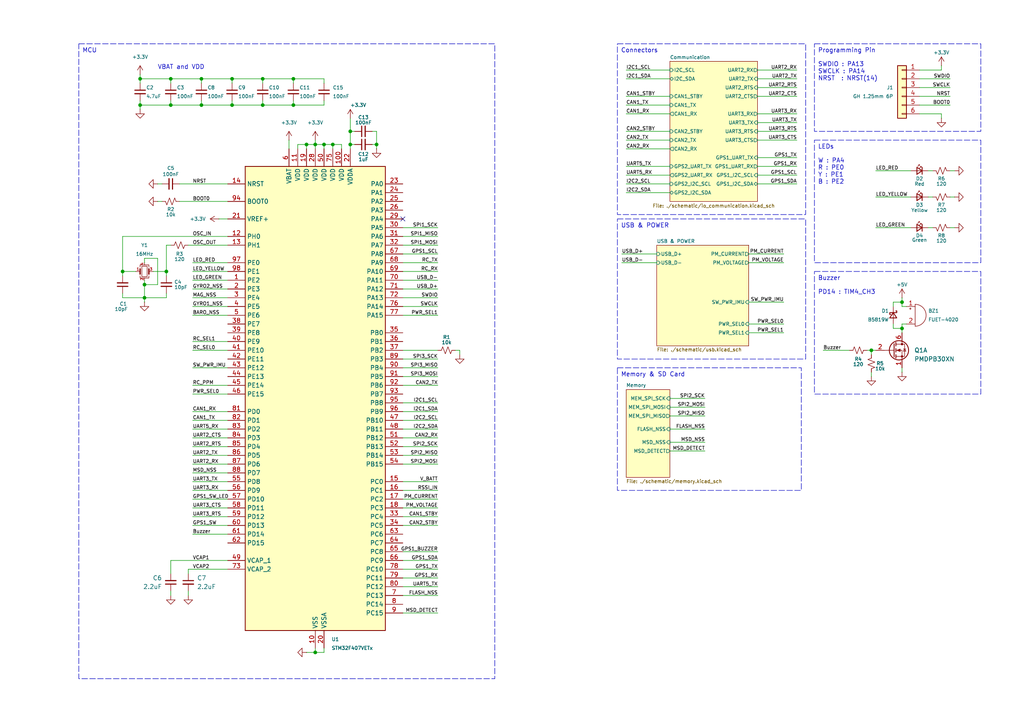
<source format=kicad_sch>
(kicad_sch (version 20250114) (generator "eeschema") (generator_version "9.0")
  (paper "A4")
  (title_block (title "STM32 Flight Controller") (date "2025-07-26") (rev "2.0.0 (WIP)") (company "NARAE") (comment 1 "INHA Univ. Areo-modelling Club") (comment 2 "2024 Winter UAV Project "))
  (rectangle (start 304.8 62.23) (end 358.14 88.9) (stroke (width 0) (type dash)))
  (rectangle (start 22.86 12.7) (end 143.51 196.85) (stroke (width 0) (type dash)))
  (rectangle (start 179.07 12.7) (end 233.68 62.23) (stroke (width 0) (type dash)))
  (rectangle (start 179.07 106.68) (end 232.41 142.24) (stroke (width 0) (type dash)))
  (rectangle (start 236.22 12.7) (end 284.48 38.1) (stroke (width 0) (type dash)))
  (rectangle (start 304.8 25.4) (end 353.06 46.99) (stroke (width 0) (type dash)))
  (rectangle (start 236.22 40.64) (end 284.48 76.2) (stroke (width 0) (type dash)))
  (rectangle (start 236.22 78.74) (end 284.48 114.3) (stroke (width 0) (type dash)))
  (rectangle (start 179.07 63.5) (end 233.68 104.14) (stroke (width 0) (type dash)))
  (text "Connectors" (at 180.086 15.494 0) (effects (font (size 1.27 1.27)) (justify left bottom)))
  (text "PD14 : TIM4_CH3" (at 237.236 84.074 0) (effects (font (size 1.27 1.27)) (justify left top)))
  (text "MCU" (at 23.876 15.494 0) (effects (font (size 1.27 1.27)) (justify left bottom)))
  (text "Buzzer" (at 237.236 81.534 0) (effects (font (size 1.27 1.27)) (justify left bottom)))
  (text "Sensor Interface" (at 305.816 65.024 0) (effects (font (size 1.27 1.27)) (justify left bottom)))
  (text "M2" (at 305.816 30.734 0) (effects (font (size 1.27 1.27)) (justify left top)))
  (text "LEDs" (at 237.236 43.434 0) (effects (font (size 1.27 1.27)) (justify left bottom)))
  (text "Programming Pin" (at 237.236 15.494 0) (effects (font (size 1.27 1.27)) (justify left bottom)))
  (text "Memory & SD Card" (at 180.086 109.474 0) (effects (font (size 1.27 1.27)) (justify left bottom)))
  (text "USB & POWER" (at 180.086 66.294 0) (effects (font (size 1.27 1.27)) (justify left bottom)))
  (text "W : PA4\nR : PE0\nY : PE1\nB : PE2" (at 237.236 45.974 0) (effects (font (size 1.27 1.27)) (justify left top)))
  (text "SWDIO : PA13\nSWCLK : PA14\nNRST  : NRST(14)" (at 237.236 18.034 0) (effects (font (size 1.27 1.27)) (justify left top)))
  (text "VBAT and VDD" (at 45.72 20.32 0) (effects (font (size 1.27 1.27)) (justify left bottom)))
  (text "Mounting Holes" (at 305.816 28.194 0) (effects (font (size 1.27 1.27)) (justify left bottom)))
  (junction (at 67.31 22.86))
  (junction (at 91.44 41.91))
  (junction (at 41.91 86.36))
  (junction (at 58.42 22.86))
  (junction (at 109.22 41.91))
  (junction (at 76.2 22.86))
  (junction (at 93.98 41.91))
  (junction (at 40.64 22.86))
  (junction (at 101.6 41.91))
  (junction (at 85.09 30.48))
  (junction (at 96.52 41.91))
  (junction (at 48.26 78.74))
  (junction (at 261.62 95.25))
  (junction (at 35.56 78.74))
  (junction (at 76.2 30.48))
  (junction (at 91.44 189.23))
  (junction (at 88.9 41.91))
  (junction (at 49.53 22.86))
  (junction (at 261.62 87.63))
  (junction (at 85.09 22.86))
  (junction (at 101.6 38.1))
  (junction (at 41.91 82.55))
  (junction (at 40.64 30.48))
  (junction (at 49.53 30.48))
  (junction (at 67.31 30.48))
  (junction (at 252.73 101.6))
  (junction (at 58.42 30.48))
  (no_connect (at 116.84 63.5))
  (wire (pts (xy 55.88 139.7) (xy 66.04 139.7)))
  (wire (pts (xy 275.59 27.94) (xy 266.7 27.94)))
  (wire (pts (xy 116.84 139.7) (xy 127 139.7)))
  (wire (pts (xy 194.31 22.86) (xy 181.61 22.86)))
  (wire (pts (xy 41.91 74.93) (xy 41.91 76.2)))
  (wire (pts (xy 49.53 171.45) (xy 49.53 172.72)))
  (wire (pts (xy 107.95 41.91) (xy 109.22 41.91)))
  (wire (pts (xy 266.7 30.48) (xy 275.59 30.48)))
  (wire (pts (xy 99.06 41.91) (xy 99.06 43.18)))
  (wire (pts (xy 55.88 154.94) (xy 66.04 154.94)))
  (wire (pts (xy 194.31 27.94) (xy 181.61 27.94)))
  (wire (pts (xy 273.05 19.05) (xy 273.05 20.32)))
  (wire (pts (xy 55.88 106.68) (xy 66.04 106.68)))
  (wire (pts (xy 194.31 130.81) (xy 204.47 130.81)))
  (wire (pts (xy 261.62 93.98) (xy 261.62 95.25)))
  (wire (pts (xy 76.2 22.86) (xy 76.2 24.13)))
  (wire (pts (xy 194.31 30.48) (xy 181.61 30.48)))
  (wire (pts (xy 194.31 40.64) (xy 181.61 40.64)))
  (wire (pts (xy 415.29 39.37) (xy 425.45 39.37)))
  (wire (pts (xy 101.6 41.91) (xy 101.6 38.1)))
  (wire (pts (xy 194.31 20.32) (xy 181.61 20.32)))
  (wire (pts (xy 109.22 38.1) (xy 109.22 41.91)))
  (wire (pts (xy 58.42 22.86) (xy 58.42 24.13)))
  (wire (pts (xy 66.04 119.38) (xy 55.88 119.38)))
  (wire (pts (xy 48.26 85.09) (xy 48.26 86.36)))
  (wire (pts (xy 262.89 88.9) (xy 261.62 88.9)))
  (wire (pts (xy 116.84 76.2) (xy 127 76.2)))
  (wire (pts (xy 93.98 29.21) (xy 93.98 30.48)))
  (wire (pts (xy 116.84 162.56) (xy 127 162.56)))
  (wire (pts (xy 266.7 33.02) (xy 273.05 33.02)))
  (wire (pts (xy 194.31 120.65) (xy 204.47 120.65)))
  (wire (pts (xy 55.88 149.86) (xy 66.04 149.86)))
  (wire (pts (xy 415.29 35.56) (xy 425.45 35.56)))
  (wire (pts (xy 322.58 80.01) (xy 312.42 80.01)))
  (wire (pts (xy 116.84 91.44) (xy 127 91.44)))
  (wire (pts (xy 66.04 114.3) (xy 55.88 114.3)))
  (wire (pts (xy 49.53 29.21) (xy 49.53 30.48)))
  (wire (pts (xy 55.88 101.6) (xy 66.04 101.6)))
  (wire (pts (xy 116.84 165.1) (xy 127 165.1)))
  (wire (pts (xy 252.73 101.6) (xy 252.73 102.87)))
  (wire (pts (xy 227.33 87.63) (xy 217.17 87.63)))
  (wire (pts (xy 116.84 149.86) (xy 127 149.86)))
  (wire (pts (xy 66.04 111.76) (xy 55.88 111.76)))
  (wire (pts (xy 44.45 78.74) (xy 48.26 78.74)))
  (wire (pts (xy 40.64 24.13) (xy 40.64 22.86)))
  (wire (pts (xy 116.84 129.54) (xy 127 129.54)))
  (wire (pts (xy 40.64 21.59) (xy 40.64 22.86)))
  (wire (pts (xy 127 160.02) (xy 116.84 160.02)))
  (wire (pts (xy 54.61 71.12) (xy 66.04 71.12)))
  (wire (pts (xy 194.31 124.46) (xy 204.47 124.46)))
  (wire (pts (xy 40.64 30.48) (xy 49.53 30.48)))
  (wire (pts (xy 101.6 43.18) (xy 101.6 41.91)))
  (wire (pts (xy 66.04 83.82) (xy 55.88 83.82)))
  (wire (pts (xy 66.04 88.9) (xy 55.88 88.9)))
  (wire (pts (xy 116.84 132.08) (xy 127 132.08)))
  (wire (pts (xy 217.17 76.2) (xy 227.33 76.2)))
  (wire (pts (xy 259.08 87.63) (xy 261.62 87.63)))
  (wire (pts (xy 91.44 40.64) (xy 91.44 41.91)))
  (wire (pts (xy 49.53 162.56) (xy 66.04 162.56)))
  (wire (pts (xy 252.73 107.95) (xy 252.73 109.22)))
  (wire (pts (xy 41.91 81.28) (xy 41.91 82.55)))
  (wire (pts (xy 91.44 41.91) (xy 91.44 43.18)))
  (wire (pts (xy 322.58 76.2) (xy 312.42 76.2)))
  (wire (pts (xy 345.44 78.74) (xy 355.6 78.74)))
  (wire (pts (xy 190.5 76.2) (xy 180.34 76.2)))
  (wire (pts (xy 116.84 177.8) (xy 127 177.8)))
  (wire (pts (xy 85.09 22.86) (xy 85.09 24.13)))
  (wire (pts (xy 58.42 22.86) (xy 67.31 22.86)))
  (wire (pts (xy 194.31 55.88) (xy 181.61 55.88)))
  (wire (pts (xy 41.91 86.36) (xy 48.26 86.36)))
  (wire (pts (xy 261.62 106.68) (xy 261.62 107.95)))
  (wire (pts (xy 275.59 66.04) (xy 276.86 66.04)))
  (wire (pts (xy 116.84 104.14) (xy 127 104.14)))
  (wire (pts (xy 231.14 33.02) (xy 219.71 33.02)))
  (wire (pts (xy 116.84 66.04) (xy 127 66.04)))
  (wire (pts (xy 67.31 30.48) (xy 76.2 30.48)))
  (wire (pts (xy 88.9 41.91) (xy 88.9 43.18)))
  (wire (pts (xy 96.52 41.91) (xy 93.98 41.91)))
  (wire (pts (xy 217.17 96.52) (xy 227.33 96.52)))
  (wire (pts (xy 259.08 95.25) (xy 261.62 95.25)))
  (wire (pts (xy 41.91 82.55) (xy 41.91 86.36)))
  (wire (pts (xy 116.84 152.4) (xy 127 152.4)))
  (wire (pts (xy 194.31 118.11) (xy 204.47 118.11)))
  (wire (pts (xy 345.44 73.66) (xy 355.6 73.66)))
  (wire (pts (xy 48.26 71.12) (xy 48.26 78.74)))
  (wire (pts (xy 55.88 134.62) (xy 66.04 134.62)))
  (wire (pts (xy 93.98 24.13) (xy 93.98 22.86)))
  (wire (pts (xy 93.98 41.91) (xy 93.98 43.18)))
  (wire (pts (xy 231.14 35.56) (xy 219.71 35.56)))
  (wire (pts (xy 35.56 78.74) (xy 35.56 80.01)))
  (wire (pts (xy 91.44 187.96) (xy 91.44 189.23)))
  (wire (pts (xy 48.26 78.74) (xy 48.26 80.01)))
  (wire (pts (xy 217.17 93.98) (xy 227.33 93.98)))
  (wire (pts (xy 55.88 127) (xy 66.04 127)))
  (wire (pts (xy 269.24 49.53) (xy 270.51 49.53)))
  (wire (pts (xy 261.62 86.36) (xy 261.62 87.63)))
  (wire (pts (xy 116.84 83.82) (xy 127 83.82)))
  (wire (pts (xy 415.29 45.72) (xy 425.45 45.72)))
  (wire (pts (xy 91.44 41.91) (xy 88.9 41.91)))
  (wire (pts (xy 133.35 102.87) (xy 133.35 101.6)))
  (wire (pts (xy 88.9 189.23) (xy 91.44 189.23)))
  (wire (pts (xy 219.71 50.8) (xy 231.14 50.8)))
  (wire (pts (xy 116.84 106.68) (xy 127 106.68)))
  (wire (pts (xy 116.84 71.12) (xy 127 71.12)))
  (wire (pts (xy 116.84 86.36) (xy 127 86.36)))
  (wire (pts (xy 262.89 93.98) (xy 261.62 93.98)))
  (wire (pts (xy 275.59 57.15) (xy 276.86 57.15)))
  (wire (pts (xy 66.04 99.06) (xy 55.88 99.06)))
  (wire (pts (xy 49.53 22.86) (xy 58.42 22.86)))
  (wire (pts (xy 345.44 71.12) (xy 355.6 71.12)))
  (wire (pts (xy 194.31 38.1) (xy 181.61 38.1)))
  (wire (pts (xy 116.84 81.28) (xy 127 81.28)))
  (wire (pts (xy 261.62 95.25) (xy 261.62 96.52)))
  (wire (pts (xy 273.05 33.02) (xy 273.05 34.29)))
  (wire (pts (xy 83.82 40.64) (xy 83.82 43.18)))
  (wire (pts (xy 269.24 57.15) (xy 270.51 57.15)))
  (wire (pts (xy 66.04 124.46) (xy 55.88 124.46)))
  (wire (pts (xy 58.42 29.21) (xy 58.42 30.48)))
  (wire (pts (xy 76.2 30.48) (xy 85.09 30.48)))
  (wire (pts (xy 85.09 29.21) (xy 85.09 30.48)))
  (wire (pts (xy 116.84 170.18) (xy 127 170.18)))
  (wire (pts (xy 275.59 25.4) (xy 266.7 25.4)))
  (wire (pts (xy 66.04 165.1) (xy 54.61 165.1)))
  (wire (pts (xy 415.29 48.26) (xy 425.45 48.26)))
  (wire (pts (xy 194.31 50.8) (xy 181.61 50.8)))
  (wire (pts (xy 41.91 74.93) (xy 45.72 74.93)))
  (wire (pts (xy 35.56 78.74) (xy 39.37 78.74)))
  (wire (pts (xy 217.17 73.66) (xy 227.33 73.66)))
  (wire (pts (xy 66.04 91.44) (xy 55.88 91.44)))
  (wire (pts (xy 231.14 22.86) (xy 219.71 22.86)))
  (wire (pts (xy 66.04 86.36) (xy 55.88 86.36)))
  (wire (pts (xy 322.58 71.12) (xy 312.42 71.12)))
  (wire (pts (xy 45.72 82.55) (xy 41.91 82.55)))
  (wire (pts (xy 415.29 33.02) (xy 425.45 33.02)))
  (wire (pts (xy 116.84 68.58) (xy 127 68.58)))
  (wire (pts (xy 67.31 22.86) (xy 76.2 22.86)))
  (wire (pts (xy 194.31 115.57) (xy 204.47 115.57)))
  (wire (pts (xy 116.84 101.6) (xy 127 101.6)))
  (wire (pts (xy 254 49.53) (xy 264.16 49.53)))
  (wire (pts (xy 99.06 41.91) (xy 96.52 41.91)))
  (wire (pts (xy 91.44 41.91) (xy 93.98 41.91)))
  (wire (pts (xy 194.31 53.34) (xy 181.61 53.34)))
  (wire (pts (xy 109.22 41.91) (xy 109.22 43.18)))
  (wire (pts (xy 259.08 95.25) (xy 259.08 93.98)))
  (wire (pts (xy 66.04 78.74) (xy 55.88 78.74)))
  (wire (pts (xy 55.88 144.78) (xy 66.04 144.78)))
  (wire (pts (xy 35.56 68.58) (xy 35.56 78.74)))
  (wire (pts (xy 107.95 38.1) (xy 109.22 38.1)))
  (wire (pts (xy 322.58 73.66) (xy 312.42 73.66)))
  (wire (pts (xy 67.31 22.86) (xy 67.31 24.13)))
  (wire (pts (xy 40.64 22.86) (xy 49.53 22.86)))
  (wire (pts (xy 254 66.04) (xy 264.16 66.04)))
  (wire (pts (xy 219.71 48.26) (xy 231.14 48.26)))
  (wire (pts (xy 116.84 172.72) (xy 127 172.72)))
  (wire (pts (xy 116.84 124.46) (xy 127 124.46)))
  (wire (pts (xy 194.31 48.26) (xy 181.61 48.26)))
  (wire (pts (xy 66.04 76.2) (xy 55.88 76.2)))
  (wire (pts (xy 231.14 40.64) (xy 219.71 40.64)))
  (wire (pts (xy 55.88 129.54) (xy 66.04 129.54)))
  (wire (pts (xy 55.88 152.4) (xy 66.04 152.4)))
  (wire (pts (xy 194.31 128.27) (xy 204.47 128.27)))
  (wire (pts (xy 116.84 78.74) (xy 127 78.74)))
  (wire (pts (xy 116.84 142.24) (xy 127 142.24)))
  (wire (pts (xy 58.42 30.48) (xy 67.31 30.48)))
  (wire (pts (xy 116.84 111.76) (xy 127 111.76)))
  (wire (pts (xy 275.59 22.86) (xy 266.7 22.86)))
  (wire (pts (xy 46.99 58.42) (xy 45.72 58.42)))
  (wire (pts (xy 231.14 38.1) (xy 219.71 38.1)))
  (wire (pts (xy 132.08 101.6) (xy 133.35 101.6)))
  (wire (pts (xy 116.84 88.9) (xy 127 88.9)))
  (wire (pts (xy 93.98 187.96) (xy 93.98 189.23)))
  (wire (pts (xy 101.6 41.91) (xy 102.87 41.91)))
  (wire (pts (xy 55.88 142.24) (xy 66.04 142.24)))
  (wire (pts (xy 269.24 66.04) (xy 270.51 66.04)))
  (wire (pts (xy 67.31 29.21) (xy 67.31 30.48)))
  (wire (pts (xy 40.64 30.48) (xy 40.64 29.21)))
  (wire (pts (xy 261.62 87.63) (xy 261.62 88.9)))
  (wire (pts (xy 219.71 45.72) (xy 231.14 45.72)))
  (wire (pts (xy 101.6 38.1) (xy 101.6 34.29)))
  (wire (pts (xy 66.04 137.16) (xy 55.88 137.16)))
  (wire (pts (xy 66.04 81.28) (xy 55.88 81.28)))
  (wire (pts (xy 55.88 147.32) (xy 66.04 147.32)))
  (wire (pts (xy 231.14 20.32) (xy 219.71 20.32)))
  (wire (pts (xy 116.84 127) (xy 127 127)))
  (wire (pts (xy 85.09 22.86) (xy 93.98 22.86)))
  (wire (pts (xy 101.6 38.1) (xy 102.87 38.1)))
  (wire (pts (xy 116.84 121.92) (xy 127 121.92)))
  (wire (pts (xy 88.9 41.91) (xy 86.36 41.91)))
  (wire (pts (xy 91.44 189.23) (xy 93.98 189.23)))
  (wire (pts (xy 52.07 58.42) (xy 66.04 58.42)))
  (wire (pts (xy 45.72 74.93) (xy 45.72 82.55)))
  (wire (pts (xy 54.61 165.1) (xy 54.61 166.37)))
  (wire (pts (xy 86.36 41.91) (xy 86.36 43.18)))
  (wire (pts (xy 238.76 101.6) (xy 246.38 101.6)))
  (wire (pts (xy 116.84 147.32) (xy 127 147.32)))
  (wire (pts (xy 49.53 166.37) (xy 49.53 162.56)))
  (wire (pts (xy 76.2 29.21) (xy 76.2 30.48)))
  (wire (pts (xy 219.71 53.34) (xy 231.14 53.34)))
  (wire (pts (xy 231.14 27.94) (xy 219.71 27.94)))
  (wire (pts (xy 116.84 119.38) (xy 127 119.38)))
  (wire (pts (xy 251.46 101.6) (xy 252.73 101.6)))
  (wire (pts (xy 35.56 85.09) (xy 35.56 86.36)))
  (wire (pts (xy 55.88 132.08) (xy 66.04 132.08)))
  (wire (pts (xy 35.56 86.36) (xy 41.91 86.36)))
  (wire (pts (xy 40.64 30.48) (xy 40.64 31.75)))
  (wire (pts (xy 252.73 101.6) (xy 254 101.6)))
  (wire (pts (xy 116.84 116.84) (xy 127 116.84)))
  (wire (pts (xy 49.53 22.86) (xy 49.53 24.13)))
  (wire (pts (xy 275.59 49.53) (xy 276.86 49.53)))
  (wire (pts (xy 35.56 68.58) (xy 66.04 68.58)))
  (wire (pts (xy 46.99 53.34) (xy 45.72 53.34)))
  (wire (pts (xy 49.53 30.48) (xy 58.42 30.48)))
  (wire (pts (xy 231.14 25.4) (xy 219.71 25.4)))
  (wire (pts (xy 41.91 86.36) (xy 41.91 87.63)))
  (wire (pts (xy 116.84 109.22) (xy 127 109.22)))
  (wire (pts (xy 194.31 43.18) (xy 181.61 43.18)))
  (wire (pts (xy 48.26 71.12) (xy 49.53 71.12)))
  (wire (pts (xy 266.7 20.32) (xy 273.05 20.32)))
  (wire (pts (xy 194.31 33.02) (xy 181.61 33.02)))
  (wire (pts (xy 85.09 30.48) (xy 93.98 30.48)))
  (wire (pts (xy 116.84 134.62) (xy 127 134.62)))
  (wire (pts (xy 259.08 88.9) (xy 259.08 87.63)))
  (wire (pts (xy 63.5 63.5) (xy 66.04 63.5)))
  (wire (pts (xy 116.84 144.78) (xy 127 144.78)))
  (wire (pts (xy 76.2 22.86) (xy 85.09 22.86)))
  (wire (pts (xy 116.84 167.64) (xy 127 167.64)))
  (wire (pts (xy 54.61 171.45) (xy 54.61 172.72)))
  (wire (pts (xy 254 57.15) (xy 264.16 57.15)))
  (wire (pts (xy 190.5 73.66) (xy 180.34 73.66)))
  (wire (pts (xy 66.04 121.92) (xy 55.88 121.92)))
  (wire (pts (xy 52.07 53.34) (xy 66.04 53.34)))
  (wire (pts (xy 345.44 76.2) (xy 355.6 76.2)))
  (wire (pts (xy 116.84 73.66) (xy 127 73.66)))
  (wire (pts (xy 96.52 41.91) (xy 96.52 43.18)))
  (label "CAN1_RX" (at 55.88 119.38 0) (effects (font (size 1 1))))
  (label "SPI2_SCK" (at 204.47 115.57 180) (effects (font (size 1 1))))
  (label "PM_VOLTAGE" (at 127 147.32 180) (effects (font (size 1 1))))
  (label "USB_D-" (at 127 81.28 180) (effects (font (size 1 1))))
  (label "GPS1_RX" (at 127 167.64 180) (effects (font (size 1 1))))
  (label "SPI2_MISO" (at 127 132.08 180) (effects (font (size 1 1))))
  (label "I2C1_SCL" (at 181.61 20.32 0) (effects (font (size 1 1))))
  (label "FLASH_NSS" (at 127 172.72 180) (effects (font (size 1 1))))
  (label "SWDIO" (at 275.59 22.86 180) (effects (font (size 1 1))))
  (label "I2C2_SDA" (at 181.61 55.88 0) (effects (font (size 1 1))))
  (label "PWR_SEL0" (at 227.33 93.98 180) (effects (font (size 1 1))))
  (label "CAN2_STBY" (at 127 152.4 180) (effects (font (size 1 1))))
  (label "VCAP1" (at 55.88 162.56 0) (effects (font (size 1 1))))
  (label "V_BATT" (at 312.42 80.01 0) (effects (font (size 1 1))))
  (label "UART2_TX" (at 55.88 132.08 0) (effects (font (size 1 1))))
  (label "I2C1_SDA" (at 127 119.38 180) (effects (font (size 1 1))))
  (label "RC_SEL1" (at 55.88 99.06 0) (effects (font (size 1 1))))
  (label "RC_TX" (at 425.45 48.26 180) (effects (font (size 1 1))))
  (label "GPS1_SDA" (at 231.14 53.34 180) (effects (font (size 1 1))))
  (label "I2C2_SCL" (at 127 121.92 180) (effects (font (size 1 1))))
  (label "UART2_TX" (at 231.14 22.86 180) (effects (font (size 1 1))))
  (label "USB_D+" (at 127 83.82 180) (effects (font (size 1 1))))
  (label "UART3_TX" (at 231.14 35.56 180) (effects (font (size 1 1))))
  (label "SPI1_MISO" (at 127 68.58 180) (effects (font (size 1 1))))
  (label "GYRO1_NSS" (at 55.88 88.9 0) (effects (font (size 1 1))))
  (label "SPI3_SCK" (at 127 104.14 180) (effects (font (size 1 1))))
  (label "RC_SEL0" (at 55.88 101.6 0) (effects (font (size 1 1))))
  (label "UART2_RTS" (at 231.14 25.4 180) (effects (font (size 1 1))))
  (label "I2C2_SDA" (at 127 124.46 180) (effects (font (size 1 1))))
  (label "CAN2_STBY" (at 181.61 38.1 0) (effects (font (size 1 1))))
  (label "SPI2_MOSI" (at 204.47 118.11 180) (effects (font (size 1 1))))
  (label "LED_YELLOW" (at 254 57.15 0) (effects (font (size 1 1))))
  (label "PM_CURRENT" (at 227.33 73.66 180) (effects (font (size 1 1))))
  (label "RC_SEL1" (at 425.45 35.56 180) (effects (font (size 1 1))))
  (label "SPI2_MISO" (at 204.47 120.65 180) (effects (font (size 1 1))))
  (label "UART3_RX" (at 55.88 142.24 0) (effects (font (size 1 1))))
  (label "UART3_RX" (at 231.14 33.02 180) (effects (font (size 1 1))))
  (label "PWR_SEL1" (at 127 91.44 180) (effects (font (size 1 1))))
  (label "UART2_RX" (at 55.88 134.62 0) (effects (font (size 1 1))))
  (label "PM_VOLTAGE" (at 227.33 76.2 180) (effects (font (size 1 1))))
  (label "MAG_NSS" (at 55.88 86.36 0) (effects (font (size 1 1))))
  (label "GPS1_SDA" (at 127 162.56 180) (effects (font (size 1 1))))
  (label "LED_RED" (at 254 49.53 0) (effects (font (size 1 1))))
  (label "SPI3_MOSI" (at 127 109.22 180) (effects (font (size 1 1))))
  (label "BARO_NSS" (at 55.88 91.44 0) (effects (font (size 1 1))))
  (label "UART3_RTS" (at 55.88 149.86 0) (effects (font (size 1 1))))
  (label "UART3_CTS" (at 55.88 147.32 0) (effects (font (size 1 1))))
  (label "GYRO2_NSS" (at 355.6 73.66 180) (effects (font (size 1 1))))
  (label "RC_RX" (at 425.45 45.72 180) (effects (font (size 1 1))))
  (label "CAN1_STBY" (at 127 149.86 180) (effects (font (size 1 1))))
  (label "SPI1_MOSI" (at 312.42 73.66 0) (effects (font (size 1 1))))
  (label "PM_CURRENT" (at 127 144.78 180) (effects (font (size 1 1))))
  (label "CAN1_TX" (at 55.88 121.92 0) (effects (font (size 1 1))))
  (label "RC_TX" (at 127 76.2 180) (effects (font (size 1 1))))
  (label "SW_PWR_IMU" (at 55.88 106.68 0) (effects (font (size 1 1))))
  (label "OSC_IN" (at 55.88 68.58 0) (effects (font (size 1 1))))
  (label "GPS1_SW_LED" (at 55.88 144.78 0) (effects (font (size 1 1))))
  (label "UART2_CTS" (at 55.88 127 0) (effects (font (size 1 1))))
  (label "SPI3_MISO" (at 127 106.68 180) (effects (font (size 1 1))))
  (label "Buzzer" (at 55.88 154.94 0) (effects (font (size 1 1))))
  (label "GPS1_TX" (at 231.14 45.72 180) (effects (font (size 1 1))))
  (label "SWCLK" (at 127 88.9 180) (effects (font (size 1 1))))
  (label "UART3_TX" (at 55.88 139.7 0) (effects (font (size 1 1))))
  (label "RC_RX" (at 127 78.74 180) (effects (font (size 1 1))))
  (label "BARO_NSS" (at 355.6 78.74 180) (effects (font (size 1 1))))
  (label "Buzzer" (at 238.76 101.6 0) (effects (font (size 1 1))))
  (label "SPI1_SCK" (at 127 66.04 180) (effects (font (size 1 1))))
  (label "UART3_RTS" (at 231.14 38.1 180) (effects (font (size 1 1))))
  (label "FLASH_NSS" (at 204.47 124.46 180) (effects (font (size 1 1))))
  (label "SPI2_SCK" (at 127 129.54 180) (effects (font (size 1 1))))
  (label "PWR_SEL0" (at 55.88 114.3 0) (effects (font (size 1 1))))
  (label "UART2_RTS" (at 55.88 129.54 0) (effects (font (size 1 1))))
  (label "V_BATT" (at 127 139.7 180) (effects (font (size 1 1))))
  (label "GPS1_SCL" (at 231.14 50.8 180) (effects (font (size 1 1))))
  (label "LED_RED" (at 55.88 76.2 0) (effects (font (size 1 1))))
  (label "GPS1_RX" (at 231.14 48.26 180) (effects (font (size 1 1))))
  (label "USB_D+" (at 180.34 73.66 0) (effects (font (size 1 1))))
  (label "CAN1_RX" (at 181.61 33.02 0) (effects (font (size 1 1))))
  (label "UART3_CTS" (at 231.14 40.64 180) (effects (font (size 1 1))))
  (label "SPI2_MOSI" (at 127 134.62 180) (effects (font (size 1 1))))
  (label "CAN2_TX" (at 127 111.76 180) (effects (font (size 1 1))))
  (label "RSSI_IN" (at 127 142.24 180) (effects (font (size 1 1))))
  (label "BOOT0" (at 275.59 30.48 180) (effects (font (size 1 1))))
  (label "UART5_TX" (at 127 170.18 180) (effects (font (size 1 1))))
  (label "BOOT0" (at 55.88 58.42 0) (effects (font (size 1 1))))
  (label "UART5_RX" (at 55.88 124.46 0) (effects (font (size 1 1))))
  (label "GYRO1_NSS" (at 355.6 71.12 180) (effects (font (size 1 1))))
  (label "PWR_SEL1" (at 227.33 96.52 180) (effects (font (size 1 1))))
  (label "USB_D-" (at 180.34 76.2 0) (effects (font (size 1 1))))
  (label "SPI1_MOSI" (at 127 71.12 180) (effects (font (size 1 1))))
  (label "GYRO2_NSS" (at 55.88 83.82 0) (effects (font (size 1 1))))
  (label "RC_PPM" (at 425.45 39.37 180) (effects (font (size 1 1))))
  (label "GPS1_BUZZER" (at 127 160.02 180) (effects (font (size 1 1))))
  (label "I2C1_SCL" (at 127 116.84 180) (effects (font (size 1 1))))
  (label "GPS1_SW" (at 55.88 152.4 0) (effects (font (size 1 1))))
  (label "CAN2_RX" (at 127 127 180) (effects (font (size 1 1))))
  (label "SW_PWR_IMU" (at 227.33 87.63 180) (effects (font (size 1 1))))
  (label "LED_GREEN" (at 55.88 81.28 0) (effects (font (size 1 1))))
  (label "UART5_RX" (at 181.61 50.8 0) (effects (font (size 1 1))))
  (label "CAN1_STBY" (at 181.61 27.94 0) (effects (font (size 1 1))))
  (label "SPI1_SCK" (at 312.42 71.12 0) (effects (font (size 1 1))))
  (label "CAN2_TX" (at 181.61 40.64 0) (effects (font (size 1 1))))
  (label "NRST" (at 275.59 27.94 180) (effects (font (size 1 1))))
  (label "LED_GREEN" (at 254 66.04 0) (effects (font (size 1 1))))
  (label "GPS1_TX" (at 127 165.1 180) (effects (font (size 1 1))))
  (label "SWDIO" (at 127 86.36 180) (effects (font (size 1 1))))
  (label "MSD_DETECT" (at 127 177.8 180) (effects (font (size 1 1))))
  (label "VCAP2" (at 55.88 165.1 0) (effects (font (size 1 1))))
  (label "UART2_CTS" (at 231.14 27.94 180) (effects (font (size 1 1))))
  (label "RC_SEL0" (at 425.45 33.02 180) (effects (font (size 1 1))))
  (label "MAG_NSS" (at 355.6 76.2 180) (effects (font (size 1 1))))
  (label "SPI1_MISO" (at 312.42 76.2 0) (effects (font (size 1 1))))
  (label "CAN2_RX" (at 181.61 43.18 0) (effects (font (size 1 1))))
  (label "I2C1_SDA" (at 181.61 22.86 0) (effects (font (size 1 1))))
  (label "UART5_TX" (at 181.61 48.26 0) (effects (font (size 1 1))))
  (label "CAN1_TX" (at 181.61 30.48 0) (effects (font (size 1 1))))
  (label "RC_PPM" (at 55.88 111.76 0) (effects (font (size 1 1))))
  (label "LED_YELLOW" (at 55.88 78.74 0) (effects (font (size 1 1))))
  (label "I2C2_SCL" (at 181.61 53.34 0) (effects (font (size 1 1))))
  (label "MSD_NSS" (at 204.47 128.27 180) (effects (font (size 1 1))))
  (label "SWCLK" (at 275.59 25.4 180) (effects (font (size 1 1))))
  (label "MSD_DETECT" (at 204.47 130.81 180) (effects (font (size 1 1))))
  (label "MSD_NSS" (at 55.88 137.16 0) (effects (font (size 1 1))))
  (label "UART2_RX" (at 231.14 20.32 180) (effects (font (size 1 1))))
  (label "GPS1_SCL" (at 127 73.66 180) (effects (font (size 1 1))))
  (label "NRST" (at 55.88 53.34 0) (effects (font (size 1 1))))
  (label "OSC_OUT" (at 55.88 71.12 0) (effects (font (size 1 1))))
  (symbol (lib_id "Device:D_Schottky_Small") (at 259.08 91.44 270) (unit 1)
    (property "Reference" "D1" (at 257.81 90.17 90) (effects (font (size 1 1)) (justify right)))
    (property "Value" "B5819W" (at 257.81 92.71 90) (effects (font (size 1 1)) (justify right)))
    (property "Footprint" "Diode_SMD:D_SOD-323" (effects (hide yes)))
    (property "Description" "Schottky diode, small symbol" (effects (hide yes)))
    (property "LCSC" "C22624" (effects (hide yes)))
  )
  (symbol (lib_id "Device:R_Small_US") (at 129.54 101.6 90) (unit 1)
    (property "Reference" "R1" (at 129.54 97.79 90) (effects (font (size 1 1))))
    (property "Value" "10k" (at 129.54 99.314 90) (effects (font (size 1 1))))
    (property "Footprint" "Resistor_SMD:R_0402_1005Metric" (effects (hide yes)))
    (property "Description" "Resistor, small US symbol" (effects (hide yes)))
    (property "LCSC" "C25531" (effects (hide yes)))
  )
  (symbol (lib_id "power:GND") (at 41.91 87.63 0) (unit 1)
    (property "Reference" "#PWR04" (effects (hide yes)))
    (property "Value" "GND" (effects (hide yes)))
    (property "Description" "Power symbol creates a global label with name \"GND\" , ground" (effects (hide yes)))
  )
  (symbol (lib_id "power:+3.3V") (at 63.5 63.5 90) (unit 1)
    (property "Reference" "#PWR09" (effects (hide yes)))
    (property "Value" "+3.3V" (at 59.69 63.4999 90) (effects (font (size 1 1)) (justify left)))
    (property "Description" "Power symbol creates a global label with name \"+3.3V\"" (effects (hide yes)))
  )
  (symbol (lib_id "Device:C_Small") (at 49.53 168.91 0) (mirror x) (unit 1)
    (property "Reference" "C6" (at 46.99 167.6335 0) (effects (justify right)))
    (property "Value" "2.2uF" (at 46.99 170.1735 0) (effects (justify right)))
    (property "Footprint" "Capacitor_SMD:C_0402_1005Metric" (effects (hide yes)))
    (property "Description" "Unpolarized capacitor, small symbol" (effects (hide yes)))
    (property "LCSC" "C170151" (effects (hide yes)))
  )
  (symbol (lib_id "Device:C_Small") (at 93.98 26.67 0) (unit 1)
    (property "Reference" "C15" (at 96.52 25.4062 0) (effects (font (size 1 1)) (justify left)))
    (property "Value" "100nF" (at 96.52 27.9462 0) (effects (font (size 1 1)) (justify left)))
    (property "Footprint" "Capacitor_SMD:C_0402_1005Metric" (effects (hide yes)))
    (property "Description" "Unpolarized capacitor, small symbol" (effects (hide yes)))
    (property "LCSC" "C1525" (effects (hide yes)))
  )
  (symbol (lib_id "power:GND") (at 276.86 66.04 90) (mirror x) (unit 1)
    (property "Reference" "#PWR021" (effects (hide yes)))
    (property "Value" "GND" (effects (hide yes)))
    (property "Description" "Power symbol creates a global label with name \"GND\" , ground" (effects (hide yes)))
  )
  (symbol (lib_id "power:GND") (at 276.86 57.15 90) (mirror x) (unit 1)
    (property "Reference" "#PWR020" (effects (hide yes)))
    (property "Value" "GND" (effects (hide yes)))
    (property "Description" "Power symbol creates a global label with name \"GND\" , ground" (effects (hide yes)))
  )
  (symbol (lib_id "power:GND") (at 88.9 189.23 270) (unit 1)
    (property "Reference" "#PWR011" (effects (hide yes)))
    (property "Value" "GND" (effects (hide yes)))
    (property "Description" "Power symbol creates a global label with name \"GND\" , ground" (effects (hide yes)))
  )
  (symbol (lib_id "power:GND") (at 276.86 49.53 90) (mirror x) (unit 1)
    (property "Reference" "#PWR019" (effects (hide yes)))
    (property "Value" "GND" (effects (hide yes)))
    (property "Description" "Power symbol creates a global label with name \"GND\" , ground" (effects (hide yes)))
  )
  (symbol (lib_id "Mechanical:MountingHole") (at 330.2 35.56 0) (unit 1) (in_bom no)
    (property "Reference" "H3" (at 332.74 34.2899 0) (effects (justify left)))
    (property "Value" "MountingHole" (at 332.74 36.8299 0) (effects (justify left)))
    (property "Footprint" "MountingHole:MountingHole_2.2mm_M2_ISO7380_Pad" (effects (hide yes)))
    (property "Description" "Mounting Hole without connection" (effects (hide yes)))
  )
  (symbol (lib_id "Device:C_Small") (at 49.53 53.34 270) (mirror x) (unit 1)
    (property "Reference" "C5" (at 49.53 48.768 90) (effects (font (size 1 1))))
    (property "Value" "100nF" (at 49.53 50.546 90) (effects (font (size 1 1))))
    (property "Footprint" "Capacitor_SMD:C_0402_1005Metric" (effects (hide yes)))
    (property "Description" "Unpolarized capacitor, small symbol" (effects (hide yes)))
    (property "LCSC" "C1525" (effects (hide yes)))
  )
  (symbol (lib_id "Device:R_Small_US") (at 49.53 58.42 270) (mirror x) (unit 1)
    (property "Reference" "R2" (at 49.53 60.706 90) (effects (font (size 1 1))))
    (property "Value" "10k" (at 49.53 62.23 90) (effects (font (size 1 1))))
    (property "Footprint" "Resistor_SMD:R_0402_1005Metric" (effects (hide yes)))
    (property "Description" "Resistor, small US symbol" (effects (hide yes)))
    (property "LCSC" "C25531" (effects (hide yes)))
  )
  (symbol (lib_id "Device:R_Small_US") (at 273.05 57.15 90) (mirror x) (unit 1)
    (property "Reference" "R7" (at 273.05 59.436 90) (effects (font (size 1 1))))
    (property "Value" "120" (at 273.05 60.96 90) (effects (font (size 1 1))))
    (property "Footprint" "Resistor_SMD:R_0402_1005Metric" (effects (hide yes)))
    (property "Description" "Resistor, small US symbol" (effects (hide yes)))
    (property "LCSC" " C25079" (effects (hide yes)))
  )
  (symbol (lib_id "power:GND") (at 54.61 172.72 0) (unit 1)
    (property "Reference" "#PWR08" (effects (hide yes)))
    (property "Value" "GND" (effects (hide yes)))
    (property "Description" "Power symbol creates a global label with name \"GND\" , ground" (effects (hide yes)))
  )
  (symbol (lib_id "power:+3.3V") (at 83.82 40.64 0) (unit 1)
    (property "Reference" "#PWR010" (effects (hide yes)))
    (property "Value" "+3.3V" (at 83.82 35.56 0) (effects (font (size 1 1))))
    (property "Description" "Power symbol creates a global label with name \"+3.3V\"" (effects (hide yes)))
  )
  (symbol (lib_id "Mechanical:MountingHole") (at 330.2 41.91 0) (unit 1) (in_bom no)
    (property "Reference" "H4" (at 332.74 40.6399 0) (effects (justify left)))
    (property "Value" "MountingHole" (at 332.74 43.1799 0) (effects (justify left)))
    (property "Footprint" "MountingHole:MountingHole_2.2mm_M2_ISO7380_Pad" (effects (hide yes)))
    (property "Description" "Mounting Hole without connection" (effects (hide yes)))
  )
  (symbol (lib_id "power:GND") (at 261.62 107.95 0) (unit 1)
    (property "Reference" "#PWR016" (effects (hide yes)))
    (property "Value" "GND" (effects (hide yes)))
    (property "Description" "Power symbol creates a global label with name \"GND\" , ground" (effects (hide yes)))
  )
  (symbol (lib_id "Device:C_Small") (at 40.64 26.67 0) (unit 1)
    (property "Reference" "C2" (at 42.418 25.4 0) (effects (font (size 1 1)) (justify left)))
    (property "Value" "4.7uF" (at 42.418 27.94 0) (effects (font (size 1 1)) (justify left)))
    (property "Footprint" "Capacitor_SMD:C_0402_1005Metric" (effects (hide yes)))
    (property "Description" "Unpolarized capacitor, small symbol" (effects (hide yes)))
    (property "LCSC" "C307415" (effects (hide yes)))
  )
  (symbol (lib_id "Device:LED_Small") (at 266.7 57.15 0) (mirror y) (unit 1)
    (property "Reference" "D3" (at 266.7 59.436 0) (effects (font (size 1 1))))
    (property "Value" "Yellow" (at 266.7 60.96 0) (effects (font (size 1 1))))
    (property "Footprint" "LED_SMD:LED_0402_1005Metric" (effects (hide yes)))
    (property "Description" "Light emitting diode, small symbol" (effects (hide yes)))
    (property "LCSC" "C130721" (effects (hide yes)))
    (property "Sim.Pin" "1=K 2=A" (effects (hide yes)))
  )
  (symbol (lib_id "Device:C_Small") (at 105.41 41.91 90) (unit 1)
    (property "Reference" "C12" (at 105.41 44.704 90) (effects (font (size 1 1))))
    (property "Value" "1uF" (at 105.41 46.228 90) (effects (font (size 1 1))))
    (property "Footprint" "Capacitor_SMD:C_0402_1005Metric" (effects (hide yes)))
    (property "Description" "Unpolarized capacitor, small symbol" (effects (hide yes)))
    (property "LCSC" "C14445" (effects (hide yes)))
  )
  (symbol (lib_id "Device:R_Small_US") (at 273.05 66.04 90) (mirror x) (unit 1)
    (property "Reference" "R8" (at 273.05 68.326 90) (effects (font (size 1 1))))
    (property "Value" "120" (at 273.05 69.85 90) (effects (font (size 1 1))))
    (property "Footprint" "Resistor_SMD:R_0402_1005Metric" (effects (hide yes)))
    (property "Description" "Resistor, small US symbol" (effects (hide yes)))
    (property "LCSC" " C25079" (effects (hide yes)))
  )
  (symbol (lib_id "Device:C_Small") (at 48.26 82.55 0) (unit 1)
    (property "Reference" "C4" (at 50.546 81.788 0) (effects (font (size 1 1)) (justify left)))
    (property "Value" "10pF" (at 50.546 83.312 0) (effects (font (size 1 1)) (justify left)))
    (property "Footprint" "Capacitor_SMD:C_0402_1005Metric" (effects (hide yes)))
    (property "Description" "Unpolarized capacitor, small symbol" (effects (hide yes)))
    (property "LCSC" "C1545" (effects (hide yes)))
  )
  (symbol (lib_id "Device:R_Small_US") (at 273.05 49.53 90) (mirror x) (unit 1)
    (property "Reference" "R6" (at 273.05 51.816 90) (effects (font (size 1 1))))
    (property "Value" "120" (at 273.05 53.34 90) (effects (font (size 1 1))))
    (property "Footprint" "Resistor_SMD:R_0402_1005Metric" (effects (hide yes)))
    (property "Description" "Resistor, small US symbol" (effects (hide yes)))
    (property "LCSC" " C25079" (effects (hide yes)))
  )
  (symbol (lib_id "power:+5V") (at 261.62 86.36 0) (unit 1)
    (property "Reference" "#PWR015" (effects (hide yes)))
    (property "Value" "+5V" (at 261.62 82.55 0) (effects (font (size 1 1))))
    (property "Description" "Power symbol creates a global label with name \"+5V\"" (effects (hide yes)))
  )
  (symbol (lib_id "power:GND") (at 109.22 43.18 0) (unit 1)
    (property "Reference" "#PWR013" (effects (hide yes)))
    (property "Value" "GND" (effects (hide yes)))
    (property "Description" "Power symbol creates a global label with name \"GND\" , ground" (effects (hide yes)))
  )
  (symbol (lib_id "Device:R_Small_US") (at 52.07 71.12 90) (unit 1)
    (property "Reference" "R3" (at 52.07 73.66 90) (effects (font (size 1 1))))
    (property "Value" "120" (at 52.07 75.184 90) (effects (font (size 1 1))))
    (property "Footprint" "Resistor_SMD:R_0402_1005Metric" (effects (hide yes)))
    (property "Description" "Resistor, small US symbol" (effects (hide yes)))
    (property "LCSC" " C25079" (effects (hide yes)))
  )
  (symbol (lib_id "power:+3.3V") (at 101.6 34.29 0) (unit 1)
    (property "Reference" "#PWR012" (effects (hide yes)))
    (property "Value" "+3.3V" (at 101.6 30.48 0) (effects (font (size 1 1)) (justify left)))
    (property "Description" "Power symbol creates a global label with name \"+3.3V\"" (effects (hide yes)))
  )
  (symbol (lib_id "Device:C_Small") (at 49.53 26.67 0) (unit 1)
    (property "Reference" "C3" (at 51.308 25.4 0) (effects (font (size 1 1)) (justify left)))
    (property "Value" "100nF" (at 51.308 27.94 0) (effects (font (size 1 1)) (justify left)))
    (property "Footprint" "Capacitor_SMD:C_0402_1005Metric" (effects (hide yes)))
    (property "Description" "Unpolarized capacitor, small symbol" (effects (hide yes)))
    (property "LCSC" "C1525" (effects (hide yes)))
  )
  (symbol (lib_id "Device:R_Small_US") (at 248.92 101.6 90) (unit 1)
    (property "Reference" "R4" (at 248.92 104.14 90) (effects (font (size 1 1))))
    (property "Value" "120" (at 248.92 105.664 90) (effects (font (size 1 1))))
    (property "Footprint" "Resistor_SMD:R_0402_1005Metric" (effects (hide yes)))
    (property "Description" "Resistor, small US symbol" (effects (hide yes)))
    (property "LCSC" " C25079" (effects (hide yes)))
  )
  (symbol (lib_id "Device:C_Small") (at 54.61 168.91 0) (unit 1)
    (property "Reference" "C7" (at 57.15 167.6462 0) (effects (justify left)))
    (property "Value" "2.2uF" (at 57.15 170.1862 0) (effects (justify left)))
    (property "Footprint" "Capacitor_SMD:C_0402_1005Metric" (effects (hide yes)))
    (property "Description" "Unpolarized capacitor, small symbol" (effects (hide yes)))
    (property "LCSC" "C170151" (effects (hide yes)))
  )
  (symbol (lib_id "power:GND") (at 40.64 31.75 0) (unit 1)
    (property "Reference" "#PWR02" (effects (hide yes)))
    (property "Value" "GND" (effects (hide yes)))
    (property "Description" "Power symbol creates a global label with name \"GND\" , ground" (effects (hide yes)))
  )
  (symbol (lib_id "Device:C_Small") (at 67.31 26.67 0) (unit 1)
    (property "Reference" "C9" (at 69.088 25.4 0) (effects (font (size 1 1)) (justify left)))
    (property "Value" "100nF" (at 69.088 27.94 0) (effects (font (size 1 1)) (justify left)))
    (property "Footprint" "Capacitor_SMD:C_0402_1005Metric" (effects (hide yes)))
    (property "Description" "Unpolarized capacitor, small symbol" (effects (hide yes)))
    (property "LCSC" "C1525" (effects (hide yes)))
  )
  (symbol (lib_id "Device:C_Small") (at 58.42 26.67 0) (unit 1)
    (property "Reference" "C8" (at 60.198 25.4 0) (effects (font (size 1 1)) (justify left)))
    (property "Value" "100nF" (at 60.198 27.94 0) (effects (font (size 1 1)) (justify left)))
    (property "Footprint" "Capacitor_SMD:C_0402_1005Metric" (effects (hide yes)))
    (property "Description" "Unpolarized capacitor, small symbol" (effects (hide yes)))
    (property "LCSC" "C1525" (effects (hide yes)))
  )
  (symbol (lib_id "power:+3.3V") (at 91.44 40.64 0) (unit 1)
    (property "Reference" "#PWR0130" (effects (hide yes)))
    (property "Value" "+3.3V" (at 91.44 35.56 0) (effects (font (size 1 1))))
    (property "Description" "Power symbol creates a global label with name \"+3.3V\"" (effects (hide yes)))
  )
  (symbol (lib_id "Device:Crystal_GND24_Small") (at 41.91 78.74 0) (unit 1)
    (property "Reference" "Y1" (at 41.91 71.12 0) (effects (font (size 1 1))))
    (property "Value" "16MHz" (at 41.91 73.66 0) (effects (font (size 1 1))))
    (property "Footprint" "Crystal:Crystal_SMD_Abracon_ABM8G-4Pin_3.2x2.5mm" (effects (hide yes)))
    (property "Description" "Four pin crystal, GND on pins 2 and 4, small symbol" (effects (hide yes)))
    (property "LCSC" "C1985423" (effects (hide yes)))
  )
  (symbol (lib_id "power:GND") (at 49.53 172.72 0) (unit 1)
    (property "Reference" "#PWR07" (effects (hide yes)))
    (property "Value" "GND" (effects (hide yes)))
    (property "Description" "Power symbol creates a global label with name \"GND\" , ground" (effects (hide yes)))
  )
  (symbol (lib_id "power:GND") (at 45.72 58.42 270) (unit 1)
    (property "Reference" "#PWR06" (effects (hide yes)))
    (property "Value" "GND" (effects (hide yes)))
    (property "Description" "Power symbol creates a global label with name \"GND\" , ground" (effects (hide yes)))
  )
  (symbol (lib_id "Device:LED_Small") (at 266.7 49.53 0) (mirror y) (unit 1)
    (property "Reference" "D2" (at 266.7 51.816 0) (effects (font (size 1 1))))
    (property "Value" "Red" (at 266.7 53.34 0) (effects (font (size 1 1))))
    (property "Footprint" "LED_SMD:LED_0402_1005Metric" (effects (hide yes)))
    (property "Description" "Light emitting diode, small symbol" (effects (hide yes)))
    (property "LCSC" "C130719" (effects (hide yes)))
    (property "Sim.Pin" "1=K 2=A" (effects (hide yes)))
  )
  (symbol (lib_id "Device:C_Small") (at 105.41 38.1 90) (unit 1)
    (property "Reference" "C13" (at 105.41 34.036 90) (effects (font (size 1 1))))
    (property "Value" "100nF" (at 105.41 35.56 90) (effects (font (size 1 1))))
    (property "Footprint" "Capacitor_SMD:C_0402_1005Metric" (effects (hide yes)))
    (property "Description" "Unpolarized capacitor, small symbol" (effects (hide yes)))
    (property "LCSC" "C1525" (effects (hide yes)))
  )
  (symbol (lib_id "Device:C_Small") (at 76.2 26.67 0) (unit 1)
    (property "Reference" "C10" (at 77.978 25.4 0) (effects (font (size 1 1)) (justify left)))
    (property "Value" "100nF" (at 77.978 27.94 0) (effects (font (size 1 1)) (justify left)))
    (property "Footprint" "Capacitor_SMD:C_0402_1005Metric" (effects (hide yes)))
    (property "Description" "Unpolarized capacitor, small symbol" (effects (hide yes)))
    (property "LCSC" "C1525" (effects (hide yes)))
  )
  (symbol (lib_id "Nexperia_PMD:PMDPB30XN") (at 259.08 101.6 0) (unit 1)
    (property "Reference" "Q1" (at 265.176 101.6 0) (effects (justify left)))
    (property "Value" "PMDPB30XN" (at 265.176 104.14 0) (effects (justify left)))
    (property "Footprint" "Nexperia_SOT1118:Nexperia_SOT1118" (effects (hide yes)))
    (property "Description" "Dual NMOS transistor, 6 pin package" (effects (hide yes)))
    (property "LCSC" "C478009" (effects (hide yes)))
  )
  (symbol (lib_id "power:GND") (at 252.73 109.22 0) (unit 1)
    (property "Reference" "#PWR014" (effects (hide yes)))
    (property "Value" "GND" (effects (hide yes)))
    (property "Description" "Power symbol creates a global label with name \"GND\" , ground" (effects (hide yes)))
  )
  (symbol (lib_id "power:GND") (at 133.35 102.87 0) (unit 1)
    (property "Reference" "#PWR03" (effects (hide yes)))
    (property "Value" "GND" (effects (hide yes)))
    (property "Description" "Power symbol creates a global label with name \"GND\" , ground" (effects (hide yes)))
  )
  (symbol (lib_id "Device:Buzzer") (at 265.43 91.44 0) (unit 1)
    (property "Reference" "BZ1" (at 269.24 90.1699 0) (effects (font (size 1 1)) (justify left)))
    (property "Value" "FUET-4020" (at 269.24 92.7099 0) (effects (font (size 1 1)) (justify left)))
    (property "Footprint" "FUET-4020:FUET-4020" (effects (hide yes)))
    (property "Description" "Buzzer, polarized" (effects (hide yes)))
    (property "LCSC" "C391027" (effects (hide yes)))
  )
  (symbol (lib_id "Device:R_Small_US") (at 252.73 105.41 0) (mirror y) (unit 1)
    (property "Reference" "R5" (at 255.27 105.41 0) (effects (font (size 1 1))))
    (property "Value" "10k" (at 255.27 106.934 0) (effects (font (size 1 1))))
    (property "Footprint" "Resistor_SMD:R_0402_1005Metric" (effects (hide yes)))
    (property "Description" "Resistor, small US symbol" (effects (hide yes)))
    (property "LCSC" "C25531" (effects (hide yes)))
  )
  (symbol (lib_id "Mechanical:MountingHole") (at 309.88 41.91 0) (unit 1) (in_bom no)
    (property "Reference" "H2" (at 312.42 40.6399 0) (effects (justify left)))
    (property "Value" "MountingHole" (at 312.42 43.1799 0) (effects (justify left)))
    (property "Footprint" "MountingHole:MountingHole_2.2mm_M2_ISO7380_Pad" (effects (hide yes)))
    (property "Description" "Mounting Hole without connection" (effects (hide yes)))
  )
  (symbol (lib_id "Connector_Generic:Conn_01x06") (at 261.62 25.4 0) (mirror y) (unit 1)
    (property "Reference" "J1" (at 259.08 25.4 0) (effects (font (size 1 1)) (justify left)))
    (property "Value" "GH 1.25mm 6P" (at 259.08 27.94 0) (effects (font (size 1 1)) (justify left)))
    (property "Footprint" "JST_GH:JST_GH_SM06B-GHS-TB_06x1.25mm_Angled" (effects (hide yes)))
    (property "Description" "Generic connector, single row, 01x06, script generated (kicad-library-utils/schlib/autogen/connector/)" (effects (hide yes)))
    (property "LCSC" "C133065" (effects (hide yes)))
  )
  (symbol (lib_id "power:+3.3V") (at 273.05 19.05 0) (unit 1)
    (property "Reference" "#PWR017" (effects (hide yes)))
    (property "Value" "+3.3V" (at 273.05 15.24 0) (effects (font (size 1 1))))
    (property "Description" "Power symbol creates a global label with name \"+3.3V\"" (effects (hide yes)))
  )
  (symbol (lib_id "power:GND") (at 273.05 34.29 0) (unit 1)
    (property "Reference" "#PWR018" (effects (hide yes)))
    (property "Value" "GND" (effects (hide yes)))
    (property "Description" "Power symbol creates a global label with name \"GND\" , ground" (effects (hide yes)))
  )
  (symbol (lib_id "Device:LED_Small") (at 266.7 66.04 0) (mirror y) (unit 1)
    (property "Reference" "D4" (at 266.7 68.326 0) (effects (font (size 1 1))))
    (property "Value" "Green" (at 266.7 69.596 0) (effects (font (size 1 1))))
    (property "Footprint" "LED_SMD:LED_0402_1005Metric" (effects (hide yes)))
    (property "Description" "Light emitting diode, small symbol" (effects (hide yes)))
    (property "LCSC" "C130722" (effects (hide yes)))
    (property "Sim.Pin" "1=K 2=A" (effects (hide yes)))
  )
  (symbol (lib_id "power:GND") (at 45.72 53.34 270) (unit 1)
    (property "Reference" "#PWR05" (effects (hide yes)))
    (property "Value" "GND" (effects (hide yes)))
    (property "Description" "Power symbol creates a global label with name \"GND\" , ground" (effects (hide yes)))
  )
  (symbol (lib_id "Device:C_Small") (at 85.09 26.67 0) (unit 1)
    (property "Reference" "C11" (at 86.868 25.4 0) (effects (font (size 1 1)) (justify left)))
    (property "Value" "100nF" (at 86.868 27.94 0) (effects (font (size 1 1)) (justify left)))
    (property "Footprint" "Capacitor_SMD:C_0402_1005Metric" (effects (hide yes)))
    (property "Description" "Unpolarized capacitor, small symbol" (effects (hide yes)))
    (property "LCSC" "C1525" (effects (hide yes)))
  )
  (symbol (lib_id "Mechanical:MountingHole") (at 309.88 35.56 0) (unit 1) (in_bom no)
    (property "Reference" "H1" (at 312.42 34.2899 0) (effects (justify left)))
    (property "Value" "MountingHole" (at 312.42 36.8299 0) (effects (justify left)))
    (property "Footprint" "MountingHole:MountingHole_2.2mm_M2_ISO7380_Pad" (effects (hide yes)))
    (property "Description" "Mounting Hole without connection" (effects (hide yes)))
  )
  (symbol (lib_id "MCU_ST_STM32F4:STM32F407VETx") (at 91.44 116.84 0) (unit 1)
    (property "Reference" "U1" (at 96.1741 185.42 0) (effects (font (size 1 1)) (justify left)))
    (property "Value" "STM32F407VETx" (at 96.1741 187.96 0) (effects (font (size 1 1)) (justify left)))
    (property "Footprint" "Package_QFP:LQFP-100_14x14mm_P0.5mm" (effects (hide yes)))
    (property "Datasheet" "https://www.st.com/resource/en/datasheet/stm32f407ve.pdf" (effects (hide yes)))
    (property "Description" "STMicroelectronics Arm Cortex-M4 MCU, 512KB flash, 192KB RAM, 168 MHz, 1.8-3.6V, 82 GPIO, LQFP100" (effects (hide yes)))
    (property "LCSC" "C28730" (effects (hide yes)))
  )
  (symbol (lib_id "Device:C_Small") (at 35.56 82.55 0) (mirror x) (unit 1)
    (property "Reference" "C1" (at 36.83 88.138 0) (effects (font (size 1 1)) (justify right)))
    (property "Value" "10pF" (at 37.084 89.662 0) (effects (font (size 1 1)) (justify right)))
    (property "Footprint" "Capacitor_SMD:C_0402_1005Metric" (effects (hide yes)))
    (property "Description" "Unpolarized capacitor, small symbol" (effects (hide yes)))
    (property "LCSC" "C1545" (effects (hide yes)))
  )
  (symbol (lib_id "power:+3.3V") (at 40.64 21.59 0) (unit 1)
    (property "Reference" "#PWR01" (effects (hide yes)))
    (property "Value" "+3.3V" (at 40.64 16.51 0) (effects (font (size 1 1))))
    (property "Description" "Power symbol creates a global label with name \"+3.3V\"" (effects (hide yes)))
  )
  (sheet (at 322.58 68.58) (size 22.86 15.24) (stroke (width 0.1524)) (fill (color 255 255 194 1.0000))
    (property "Sheetname" "Sensors" (at 322.58 68.0034 0) (effects (font (size 1 1)) (justify left bottom)))
    (property "Sheetfile" "./schematic/sensors.kicad_sch" (at 334.01 84.328 0) (effects (font (size 1 1)) (justify top)))
    (pin "MAG_NSS" input (at 345.44 76.2 0) (effects (font (size 1 1))))
    (pin "SS_SPI_MOSI" input (at 322.58 73.66 180) (effects (font (size 1 1))))
    (pin "SS_SPI_MISO" output (at 322.58 76.2 180) (effects (font (size 1 1))))
    (pin "SS_SPI_SCK" input (at 322.58 71.12 180) (effects (font (size 1 1))))
    (pin "BARO_NSS" input (at 345.44 78.74 0) (effects (font (size 1 1))))
    (pin "V_BATT" output (at 322.58 80.01 180) (effects (font (size 1 1))))
    (pin "GYRO2_NSS" input (at 345.44 73.66 0) (effects (font (size 1 1))))
    (pin "GYRO1_NSS" input (at 345.44 71.12 0) (effects (font (size 1 1))))
  )
  (sheet (at 181.61 113.03) (size 12.7 25.4) (stroke (width 0.1524)) (fill (color 255 255 194 1.0000))
    (property "Sheetname" "Memory" (at 181.61 112.3184 0) (effects (font (size 1 1)) (justify left bottom)))
    (property "Sheetfile" "./schematic/memory.kicad_sch" (at 181.61 139.0146 0) (effects (font (size 1 1)) (justify left top)))
    (pin "MEM_SPI_SCK" input (at 194.31 115.57 0) (effects (font (size 1 1))))
    (pin "MEM_SPI_MOSI" input (at 194.31 118.11 0) (effects (font (size 1 1))))
    (pin "MEM_SPI_MISO" output (at 194.31 120.65 0) (effects (font (size 1 1))))
    (pin "FLASH_NSS" input (at 194.31 124.46 0) (effects (font (size 1 1))))
    (pin "MSD_NSS" input (at 194.31 128.27 0) (effects (font (size 1 1))))
    (pin "MSD_DETECT" output (at 194.31 130.81 0) (effects (font (size 1 1))))
  )
  (sheet (at 389.89 30.48) (size 16.51 40.64) (stroke (width 0.1524)) (fill (color 255 255 194 1.0000))
    (property "Sheetname" "IO Processor" (at 389.89 29.7684 0) (effects (justify left bottom)))
    (property "Sheetfile" "./schematic/io_Processor.kicad_sch" (at 389.89 71.7046 0) (effects (justify left top)))
    (pin "IO_PROCESSOR_MISO" output (at 406.4 38.1 0) (effects (font (size 1 1))))
    (pin "IO_PROCESSOR_MOSI" input (at 406.4 35.56 0) (effects (font (size 1 1))))
    (pin "IO_PROCESSOR_NSS" input (at 406.4 44.45 0) (effects (font (size 1 1))))
    (pin "IO_PROCESSOR_SCK" input (at 406.4 33.02 0) (effects (font (size 1 1))))
  )
  (sheet (at 194.31 17.78) (size 25.4 40.64) (stroke (width 0.1524)) (fill (color 255 255 194 1.0000))
    (property "Sheetname" "Communication" (at 194.31 17.2034 0) (effects (font (size 1 1)) (justify left bottom)))
    (property "Sheetfile" "./schematic/io_communication.kicad_sch" (at 207.01 59.69 0) (effects (font (size 1 1))))
    (pin "UART3_CTS" output (at 219.71 40.64 0) (effects (font (size 1 1))))
    (pin "UART3_RTS" input (at 219.71 38.1 0) (effects (font (size 1 1))))
    (pin "UART3_RX" output (at 219.71 33.02 0) (effects (font (size 1 1))))
    (pin "UART3_TX" input (at 219.71 35.56 0) (effects (font (size 1 1))))
    (pin "I2C_SCL" input (at 194.31 20.32 180) (effects (font (size 1 1))))
    (pin "I2C_SDA" bidirectional (at 194.31 22.86 180) (effects (font (size 1 1))))
    (pin "UART2_RTS" input (at 219.71 25.4 0) (effects (font (size 1 1))))
    (pin "UART2_CTS" output (at 219.71 27.94 0) (effects (font (size 1 1))))
    (pin "UART2_RX" output (at 219.71 20.32 0) (effects (font (size 1 1))))
    (pin "CAN1_STBY" input (at 194.31 27.94 180) (effects (font (size 1 1))))
    (pin "UART2_TX" input (at 219.71 22.86 0) (effects (font (size 1 1))))
    (pin "CAN1_RX" output (at 194.31 33.02 180) (effects (font (size 1 1))))
    (pin "CAN1_TX" input (at 194.31 30.48 180) (effects (font (size 1 1))))
    (pin "CAN2_RX" output (at 194.31 43.18 180) (effects (font (size 1 1))))
    (pin "CAN2_STBY" input (at 194.31 38.1 180) (effects (font (size 1 1))))
    (pin "CAN2_TX" input (at 194.31 40.64 180) (effects (font (size 1 1))))
    (pin "GPS2_I2C_SDA" bidirectional (at 194.31 55.88 180) (effects (font (size 1 1))))
    (pin "GPS2_UART_TX" input (at 194.31 48.26 180) (effects (font (size 1 1))))
    (pin "GPS1_I2C_SDA" bidirectional (at 219.71 53.34 0) (effects (font (size 1 1))))
    (pin "GPS1_I2C_SCL" input (at 219.71 50.8 0) (effects (font (size 1 1))))
    (pin "GPS1_UART_TX" input (at 219.71 45.72 0) (effects (font (size 1 1))))
    (pin "GPS2_I2C_SCL" input (at 194.31 53.34 180) (effects (font (size 1 1))))
    (pin "GPS1_UART_RX" output (at 219.71 48.26 0) (effects (font (size 1 1))))
    (pin "GPS2_UART_RX" output (at 194.31 50.8 180) (effects (font (size 1 1))))
  )
  (sheet (at 190.5 71.12) (size 26.67 29.21) (stroke (width 0.1524)) (fill (color 255 255 194 1.0000))
    (property "Sheetname" "USB & POWER" (at 190.5 70.5434 0) (effects (font (size 1 1)) (justify left bottom)))
    (property "Sheetfile" "./schematic/usb.kicad_sch" (at 190.5 100.8066 0) (effects (font (size 1 1)) (justify left top)))
    (pin "USB_D-" input (at 190.5 76.2 180) (effects (font (size 1 1))))
    (pin "USB_D+" input (at 190.5 73.66 180) (effects (font (size 1 1))))
    (pin "PM_CURRENT" output (at 217.17 73.66 0) (effects (font (size 1 1))))
    (pin "PM_VOLTAGE" output (at 217.17 76.2 0) (effects (font (size 1 1))))
    (pin "SW_PWR_IMU" input (at 217.17 87.63 0) (effects (font (size 1 1))))
    (pin "PWR_SEL0" input (at 217.17 93.98 0) (effects (font (size 1 1))))
    (pin "PWR_SEL1" input (at 217.17 96.52 0) (effects (font (size 1 1))))
  )
)
</source>
